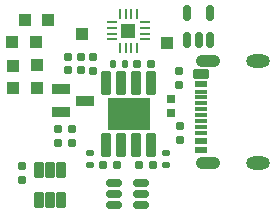
<source format=gts>
%TF.GenerationSoftware,KiCad,Pcbnew,8.0.3*%
%TF.CreationDate,2025-02-27T13:02:28-06:00*%
%TF.ProjectId,HearingAid_Left,48656172-696e-4674-9169-645f4c656674,rev?*%
%TF.SameCoordinates,Original*%
%TF.FileFunction,Soldermask,Top*%
%TF.FilePolarity,Negative*%
%FSLAX46Y46*%
G04 Gerber Fmt 4.6, Leading zero omitted, Abs format (unit mm)*
G04 Created by KiCad (PCBNEW 8.0.3) date 2025-02-27 13:02:28*
%MOMM*%
%LPD*%
G01*
G04 APERTURE LIST*
G04 Aperture macros list*
%AMRoundRect*
0 Rectangle with rounded corners*
0 $1 Rounding radius*
0 $2 $3 $4 $5 $6 $7 $8 $9 X,Y pos of 4 corners*
0 Add a 4 corners polygon primitive as box body*
4,1,4,$2,$3,$4,$5,$6,$7,$8,$9,$2,$3,0*
0 Add four circle primitives for the rounded corners*
1,1,$1+$1,$2,$3*
1,1,$1+$1,$4,$5*
1,1,$1+$1,$6,$7*
1,1,$1+$1,$8,$9*
0 Add four rect primitives between the rounded corners*
20,1,$1+$1,$2,$3,$4,$5,0*
20,1,$1+$1,$4,$5,$6,$7,0*
20,1,$1+$1,$6,$7,$8,$9,0*
20,1,$1+$1,$8,$9,$2,$3,0*%
G04 Aperture macros list end*
%ADD10R,1.000000X1.000000*%
%ADD11RoundRect,0.155000X-0.155000X0.212500X-0.155000X-0.212500X0.155000X-0.212500X0.155000X0.212500X0*%
%ADD12RoundRect,0.160000X-0.160000X0.197500X-0.160000X-0.197500X0.160000X-0.197500X0.160000X0.197500X0*%
%ADD13RoundRect,0.160000X0.197500X0.160000X-0.197500X0.160000X-0.197500X-0.160000X0.197500X-0.160000X0*%
%ADD14RoundRect,0.150000X0.512500X0.150000X-0.512500X0.150000X-0.512500X-0.150000X0.512500X-0.150000X0*%
%ADD15RoundRect,0.102000X0.295000X-0.605000X0.295000X0.605000X-0.295000X0.605000X-0.295000X-0.605000X0*%
%ADD16R,0.750000X0.750000*%
%ADD17RoundRect,0.102000X0.300000X0.900000X-0.300000X0.900000X-0.300000X-0.900000X0.300000X-0.900000X0*%
%ADD18RoundRect,0.102000X1.700000X1.250000X-1.700000X1.250000X-1.700000X-1.250000X1.700000X-1.250000X0*%
%ADD19RoundRect,0.160000X-0.197500X-0.160000X0.197500X-0.160000X0.197500X0.160000X-0.197500X0.160000X0*%
%ADD20RoundRect,0.062500X0.062500X-0.350000X0.062500X0.350000X-0.062500X0.350000X-0.062500X-0.350000X0*%
%ADD21RoundRect,0.062500X0.350000X-0.062500X0.350000X0.062500X-0.350000X0.062500X-0.350000X-0.062500X0*%
%ADD22R,1.230000X1.230000*%
%ADD23RoundRect,0.150000X0.150000X-0.512500X0.150000X0.512500X-0.150000X0.512500X-0.150000X-0.512500X0*%
%ADD24RoundRect,0.160000X0.160000X-0.197500X0.160000X0.197500X-0.160000X0.197500X-0.160000X-0.197500X0*%
%ADD25R,1.140000X0.600000*%
%ADD26R,1.140000X0.300000*%
%ADD27RoundRect,0.102000X0.570000X-0.300000X0.570000X0.300000X-0.570000X0.300000X-0.570000X-0.300000X0*%
%ADD28O,2.100000X1.050000*%
%ADD29O,2.004000X1.104000*%
%ADD30RoundRect,0.155000X0.155000X-0.212500X0.155000X0.212500X-0.155000X0.212500X-0.155000X-0.212500X0*%
%ADD31RoundRect,0.147500X0.172500X-0.147500X0.172500X0.147500X-0.172500X0.147500X-0.172500X-0.147500X0*%
%ADD32RoundRect,0.135000X0.135000X0.185000X-0.135000X0.185000X-0.135000X-0.185000X0.135000X-0.185000X0*%
%ADD33R,1.600200X0.863600*%
G04 APERTURE END LIST*
D10*
%TO.C,TP30*%
X104900000Y-30120000D03*
%TD*%
D11*
%TO.C,C9*%
X96850000Y-37442500D03*
X96850000Y-38577500D03*
%TD*%
D10*
%TO.C,TP11*%
X93850000Y-30040000D03*
%TD*%
D12*
%TO.C,R9*%
X95700000Y-37400000D03*
X95700000Y-38595000D03*
%TD*%
D10*
%TO.C,TP10*%
X94850000Y-28180000D03*
%TD*%
%TO.C,TP1*%
X91820000Y-30040000D03*
%TD*%
D13*
%TO.C,R6*%
X103590000Y-31860000D03*
X102395000Y-31860000D03*
%TD*%
D10*
%TO.C,TP25*%
X97670000Y-29360000D03*
%TD*%
%TO.C,TP2*%
X92860000Y-28180000D03*
%TD*%
D14*
%TO.C,Q2*%
X102695000Y-43870000D03*
X102695000Y-42920000D03*
X102695000Y-41970000D03*
X100420000Y-41970000D03*
X100420000Y-42920000D03*
X100420000Y-43870000D03*
%TD*%
D15*
%TO.C,U4*%
X94030000Y-43410000D03*
X94980000Y-43410000D03*
X95930000Y-43410000D03*
X95930000Y-40900000D03*
X94980000Y-40900000D03*
X94030000Y-40900000D03*
%TD*%
D10*
%TO.C,TP12*%
X93880000Y-32010000D03*
%TD*%
D16*
%TO.C,TP29*%
X105240000Y-34830000D03*
%TD*%
D17*
%TO.C,U3*%
X103560000Y-33520000D03*
X102290000Y-33520000D03*
X101020000Y-33520000D03*
X99750000Y-33520000D03*
X99750000Y-38752400D03*
X101020000Y-38752400D03*
X102290000Y-38752400D03*
X103560000Y-38752400D03*
D18*
X101655000Y-36136200D03*
%TD*%
D19*
%TO.C,R5*%
X99485000Y-40420000D03*
X100680000Y-40420000D03*
%TD*%
D20*
%TO.C,U2*%
X100892500Y-30507500D03*
X101392500Y-30507500D03*
X101892500Y-30507500D03*
X102392500Y-30507500D03*
D21*
X103080000Y-29820000D03*
X103080000Y-29320000D03*
X103080000Y-28820000D03*
X103080000Y-28320000D03*
D20*
X102392500Y-27632500D03*
X101892500Y-27632500D03*
X101392500Y-27632500D03*
X100892500Y-27632500D03*
D21*
X100205000Y-28320000D03*
X100205000Y-28820000D03*
X100205000Y-29320000D03*
X100205000Y-29820000D03*
D22*
X101642500Y-29070000D03*
%TD*%
D23*
%TO.C,U1*%
X106630000Y-29870000D03*
X107580000Y-29870000D03*
X108530000Y-29870000D03*
X108530000Y-27595000D03*
X106630000Y-27595000D03*
%TD*%
D24*
%TO.C,R3*%
X105960000Y-33647500D03*
X105960000Y-32452500D03*
%TD*%
%TO.C,R1*%
X98660000Y-32467500D03*
X98660000Y-31272500D03*
%TD*%
D13*
%TO.C,R4*%
X103717500Y-40420000D03*
X102522500Y-40420000D03*
%TD*%
D25*
%TO.C,J1*%
X107820000Y-39180000D03*
X107820000Y-38380000D03*
D26*
X107820000Y-37230000D03*
X107820000Y-36230000D03*
X107820000Y-35730000D03*
X107820000Y-34730000D03*
D27*
X107820000Y-32780000D03*
D25*
X107820000Y-33580000D03*
D26*
X107820000Y-34230000D03*
X107820000Y-35230000D03*
X107820000Y-36730000D03*
X107820000Y-37730000D03*
D28*
X108390000Y-40300000D03*
X108390000Y-31660000D03*
D29*
X112570000Y-40300000D03*
X112570000Y-31660000D03*
%TD*%
D10*
%TO.C,TP14*%
X91840000Y-33930000D03*
%TD*%
%TO.C,TP27*%
X91830000Y-32030000D03*
%TD*%
D30*
%TO.C,C1*%
X96480000Y-32430000D03*
X96480000Y-31295000D03*
%TD*%
D16*
%TO.C,TP28*%
X105260000Y-36030000D03*
%TD*%
D30*
%TO.C,C2*%
X97580000Y-32437500D03*
X97580000Y-31302500D03*
%TD*%
D31*
%TO.C,D1*%
X98380000Y-40420000D03*
X98380000Y-39450000D03*
%TD*%
D24*
%TO.C,R2*%
X105990000Y-38367500D03*
X105990000Y-37172500D03*
%TD*%
D32*
%TO.C,R10*%
X101335000Y-31876200D03*
X100315000Y-31876200D03*
%TD*%
D31*
%TO.C,D2*%
X104840000Y-40430000D03*
X104840000Y-39460000D03*
%TD*%
D33*
%TO.C,Q1*%
X95970000Y-34049999D03*
X95970000Y-35950001D03*
X97981000Y-35000000D03*
%TD*%
D10*
%TO.C,TP31*%
X93910000Y-33920000D03*
%TD*%
D24*
%TO.C,R7*%
X92610000Y-41750000D03*
X92610000Y-40555000D03*
%TD*%
M02*

</source>
